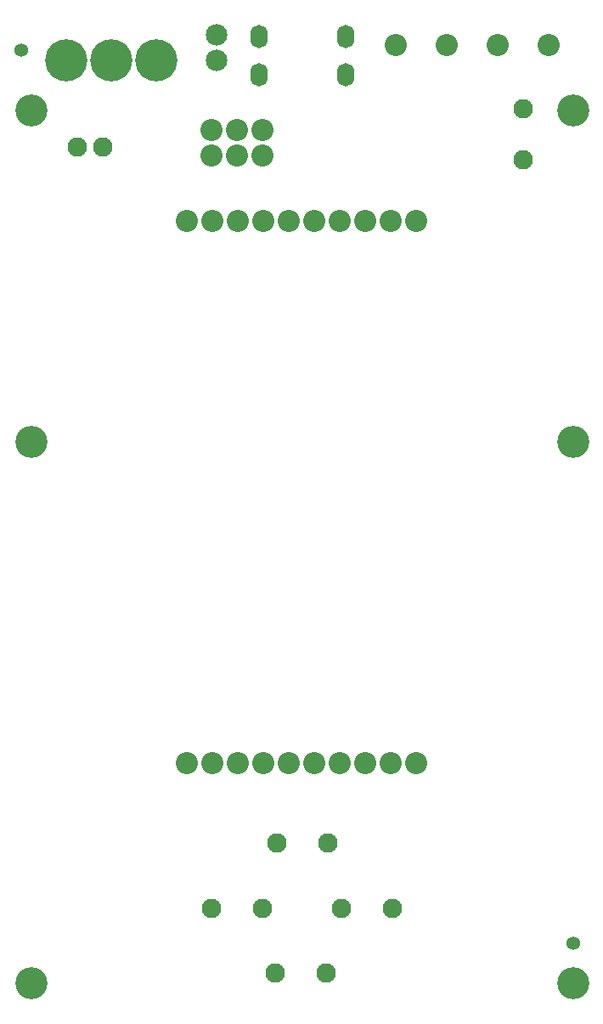
<source format=gbr>
%TF.GenerationSoftware,Altium Limited,Altium Designer,24.0.1 (36)*%
G04 Layer_Color=16711935*
%FSLAX45Y45*%
%MOMM*%
%TF.SameCoordinates,EF88BD92-104B-4C59-846E-D9FF23BA8C3F*%
%TF.FilePolarity,Negative*%
%TF.FileFunction,Soldermask,Bot*%
%TF.Part,Single*%
G01*
G75*
%TA.AperFunction,WasherPad*%
%ADD46C,1.35520*%
%TA.AperFunction,ComponentPad*%
%ADD47C,1.95320*%
%TA.AperFunction,ViaPad*%
%ADD48C,3.20320*%
%TA.AperFunction,ComponentPad*%
%ADD49C,2.20320*%
%ADD50C,2.15320*%
%ADD51O,1.72700X2.32700*%
%ADD52C,4.20320*%
D46*
X5700000Y700000D02*
D03*
X200000Y9600000D02*
D03*
D47*
X2604000Y1050000D02*
D03*
X2096000D02*
D03*
X762000Y8636000D02*
D03*
X1016000D02*
D03*
X3244000Y408000D02*
D03*
X2736000D02*
D03*
X3254000Y1700000D02*
D03*
X2746000D02*
D03*
X5207000Y8509000D02*
D03*
Y9017000D02*
D03*
X3904000Y1050000D02*
D03*
X3396000D02*
D03*
D48*
X5700000Y5700000D02*
D03*
X300000D02*
D03*
X5700000Y9000000D02*
D03*
Y300000D02*
D03*
X300000D02*
D03*
Y9000000D02*
D03*
D49*
X2866000Y2500001D02*
D03*
X2612000D02*
D03*
X2358000D02*
D03*
X2104000D02*
D03*
X1850000D02*
D03*
X4136000D02*
D03*
X3882000D02*
D03*
X3628000D02*
D03*
X3374000D02*
D03*
X3120000D02*
D03*
X2866000Y7900001D02*
D03*
X2612000D02*
D03*
X2358000D02*
D03*
X2104000D02*
D03*
X1850000D02*
D03*
X4136000D02*
D03*
X3882000D02*
D03*
X3628000D02*
D03*
X3374000D02*
D03*
X3120000D02*
D03*
X2604000Y8804000D02*
D03*
Y8550000D02*
D03*
X2350000Y8804000D02*
D03*
Y8550000D02*
D03*
X2096000Y8804000D02*
D03*
Y8550000D02*
D03*
X5461000Y9652000D02*
D03*
X4953000D02*
D03*
X3937000D02*
D03*
X4445000D02*
D03*
D50*
X2150000Y9496000D02*
D03*
Y9750000D02*
D03*
D51*
X3432000Y9738000D02*
D03*
X2568000D02*
D03*
Y9358000D02*
D03*
X3432000D02*
D03*
D52*
X650000Y9500000D02*
D03*
X1100000D02*
D03*
X1550000D02*
D03*
%TF.MD5,8355ed7b5258defa6cff252659fccd36*%
M02*

</source>
